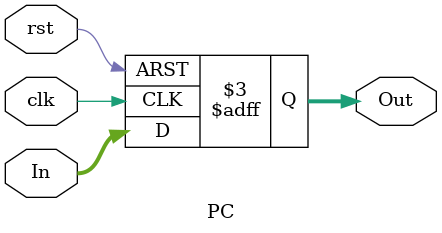
<source format=v>
`timescale 1ns / 1ps
module PC(clk,rst,In,Out);

	input clk, rst;
	input[31:0] In;
	
	output[31:0] Out;
	reg[31:0] Out;
	
	always @(posedge clk or negedge rst)
	begin
		if(!rst)
			Out <= 32'd0;
		else
			Out <= In;
	end

endmodule

</source>
